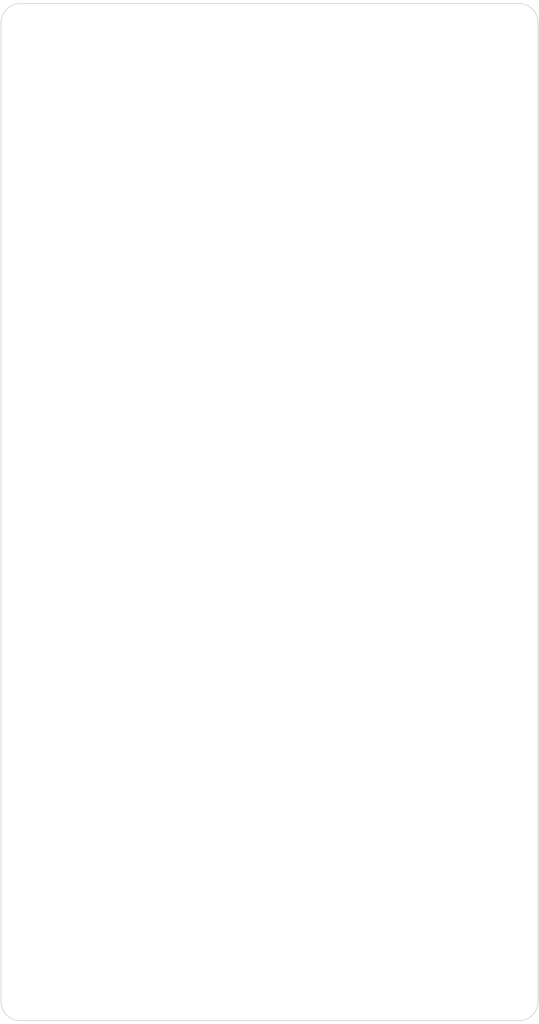
<source format=kicad_pcb>
(kicad_pcb (version 20171130) (host pcbnew "(5.1.9)-1")

  (general
    (thickness 1.6)
    (drawings 8)
    (tracks 0)
    (zones 0)
    (modules 4)
    (nets 1)
  )

  (page A4)
  (layers
    (0 F.Cu signal)
    (31 B.Cu signal)
    (32 B.Adhes user)
    (33 F.Adhes user)
    (34 B.Paste user)
    (35 F.Paste user)
    (36 B.SilkS user)
    (37 F.SilkS user)
    (38 B.Mask user)
    (39 F.Mask user)
    (40 Dwgs.User user)
    (41 Cmts.User user)
    (42 Eco1.User user)
    (43 Eco2.User user)
    (44 Edge.Cuts user)
    (45 Margin user)
    (46 B.CrtYd user)
    (47 F.CrtYd user)
    (48 B.Fab user)
    (49 F.Fab user)
  )

  (setup
    (last_trace_width 0.25)
    (user_trace_width 0.45)
    (user_trace_width 0.75)
    (user_trace_width 1)
    (user_trace_width 5)
    (trace_clearance 0.2)
    (zone_clearance 0.508)
    (zone_45_only no)
    (trace_min 0.2)
    (via_size 0.8)
    (via_drill 0.4)
    (via_min_size 0.4)
    (via_min_drill 0.3)
    (uvia_size 0.3)
    (uvia_drill 0.1)
    (uvias_allowed no)
    (uvia_min_size 0.2)
    (uvia_min_drill 0.1)
    (edge_width 0.05)
    (segment_width 0.2)
    (pcb_text_width 0.3)
    (pcb_text_size 1.5 1.5)
    (mod_edge_width 0.12)
    (mod_text_size 1 1)
    (mod_text_width 0.15)
    (pad_size 1.7 1.7)
    (pad_drill 1)
    (pad_to_mask_clearance 0)
    (aux_axis_origin 0 0)
    (grid_origin 143.51 60.96)
    (visible_elements 7FFFFFFF)
    (pcbplotparams
      (layerselection 0x010fc_ffffffff)
      (usegerberextensions false)
      (usegerberattributes true)
      (usegerberadvancedattributes true)
      (creategerberjobfile true)
      (excludeedgelayer true)
      (linewidth 0.100000)
      (plotframeref false)
      (viasonmask false)
      (mode 1)
      (useauxorigin false)
      (hpglpennumber 1)
      (hpglpenspeed 20)
      (hpglpendiameter 15.000000)
      (psnegative false)
      (psa4output false)
      (plotreference true)
      (plotvalue true)
      (plotinvisibletext false)
      (padsonsilk false)
      (subtractmaskfromsilk false)
      (outputformat 1)
      (mirror false)
      (drillshape 0)
      (scaleselection 1)
      (outputdirectory "gerber/"))
  )

  (net 0 "")

  (net_class Default "This is the default net class."
    (clearance 0.2)
    (trace_width 0.25)
    (via_dia 0.8)
    (via_drill 0.4)
    (uvia_dia 0.3)
    (uvia_drill 0.1)
  )

  (module MountingHole:MountingHole_2.2mm_M2 (layer F.Cu) (tedit 56D1B4CB) (tstamp 605691DC)
    (at 148.59 82.55 180)
    (descr "Mounting Hole 2.2mm, no annular, M2")
    (tags "mounting hole 2.2mm no annular m2")
    (path /6056E5FB)
    (attr virtual)
    (fp_text reference H1 (at 0 -3.2) (layer F.SilkS) hide
      (effects (font (size 1 1) (thickness 0.15)))
    )
    (fp_text value MountingHole (at 0 3.2) (layer F.Fab)
      (effects (font (size 1 1) (thickness 0.15)))
    )
    (fp_circle (center 0 0) (end 2.45 0) (layer F.CrtYd) (width 0.05))
    (fp_circle (center 0 0) (end 2.2 0) (layer Cmts.User) (width 0.15))
    (fp_text user %R (at 0.3 0) (layer F.Fab)
      (effects (font (size 1 1) (thickness 0.15)))
    )
    (pad 1 np_thru_hole circle (at 0 0 180) (size 2.2 2.2) (drill 2.2) (layers *.Cu *.Mask))
  )

  (module MountingHole:MountingHole_2.2mm_M2 (layer F.Cu) (tedit 56D1B4CB) (tstamp 605691E4)
    (at 173.99 82.55 180)
    (descr "Mounting Hole 2.2mm, no annular, M2")
    (tags "mounting hole 2.2mm no annular m2")
    (path /6056FCE4)
    (attr virtual)
    (fp_text reference H2 (at 0 -3.2) (layer F.SilkS) hide
      (effects (font (size 1 1) (thickness 0.15)))
    )
    (fp_text value MountingHole (at 0 3.2) (layer F.Fab)
      (effects (font (size 1 1) (thickness 0.15)))
    )
    (fp_circle (center 0 0) (end 2.45 0) (layer F.CrtYd) (width 0.05))
    (fp_circle (center 0 0) (end 2.2 0) (layer Cmts.User) (width 0.15))
    (fp_text user %R (at 0.3 0) (layer F.Fab)
      (effects (font (size 1 1) (thickness 0.15)))
    )
    (pad 1 np_thru_hole circle (at 0 0 180) (size 2.2 2.2) (drill 2.2) (layers *.Cu *.Mask))
  )

  (module MountingHole:MountingHole_2.2mm_M2 (layer F.Cu) (tedit 56D1B4CB) (tstamp 6056C499)
    (at 173.99 142.24)
    (descr "Mounting Hole 2.2mm, no annular, M2")
    (tags "mounting hole 2.2mm no annular m2")
    (path /605875BF)
    (attr virtual)
    (fp_text reference H4 (at 0 -3.2) (layer F.SilkS) hide
      (effects (font (size 1 1) (thickness 0.15)))
    )
    (fp_text value MountingHole (at 0 3.2) (layer F.Fab)
      (effects (font (size 1 1) (thickness 0.15)))
    )
    (fp_circle (center 0 0) (end 2.45 0) (layer F.CrtYd) (width 0.05))
    (fp_circle (center 0 0) (end 2.2 0) (layer Cmts.User) (width 0.15))
    (fp_text user %R (at 0.3 0) (layer F.Fab)
      (effects (font (size 1 1) (thickness 0.15)))
    )
    (pad 1 np_thru_hole circle (at 0 0) (size 2.2 2.2) (drill 2.2) (layers *.Cu *.Mask))
  )

  (module MountingHole:MountingHole_2.2mm_M2 (layer F.Cu) (tedit 56D1B4CB) (tstamp 6056C491)
    (at 148.59 142.24)
    (descr "Mounting Hole 2.2mm, no annular, M2")
    (tags "mounting hole 2.2mm no annular m2")
    (path /605873F3)
    (attr virtual)
    (fp_text reference H3 (at 0 -3.2) (layer F.SilkS) hide
      (effects (font (size 1 1) (thickness 0.15)))
    )
    (fp_text value MountingHole (at 0 3.2) (layer F.Fab)
      (effects (font (size 1 1) (thickness 0.15)))
    )
    (fp_circle (center 0 0) (end 2.45 0) (layer F.CrtYd) (width 0.05))
    (fp_circle (center 0 0) (end 2.2 0) (layer Cmts.User) (width 0.15))
    (fp_text user %R (at 0.3 0) (layer F.Fab)
      (effects (font (size 1 1) (thickness 0.15)))
    )
    (pad 1 np_thru_hole circle (at 0 0) (size 2.2 2.2) (drill 2.2) (layers *.Cu *.Mask))
  )

  (gr_line (start 179.07 144.78) (end 179.07 80.01) (layer Edge.Cuts) (width 0.05) (tstamp 60571E70))
  (gr_line (start 143.51 80.01) (end 143.51 144.78) (layer Edge.Cuts) (width 0.05) (tstamp 60571E72))
  (gr_line (start 177.8 78.74) (end 144.78 78.74) (layer Edge.Cuts) (width 0.05) (tstamp 60571E71))
  (gr_line (start 144.78 146.05) (end 177.8 146.05) (layer Edge.Cuts) (width 0.05) (tstamp 60571E6F))
  (gr_arc (start 177.8 80.01) (end 179.07 80.01) (angle -90) (layer Edge.Cuts) (width 0.05))
  (gr_arc (start 144.78 80.01) (end 144.78 78.74) (angle -90) (layer Edge.Cuts) (width 0.05))
  (gr_arc (start 144.78 144.78) (end 143.51 144.78) (angle -90) (layer Edge.Cuts) (width 0.05))
  (gr_arc (start 177.8 144.78) (end 177.8 146.05) (angle -90) (layer Edge.Cuts) (width 0.05))

)

</source>
